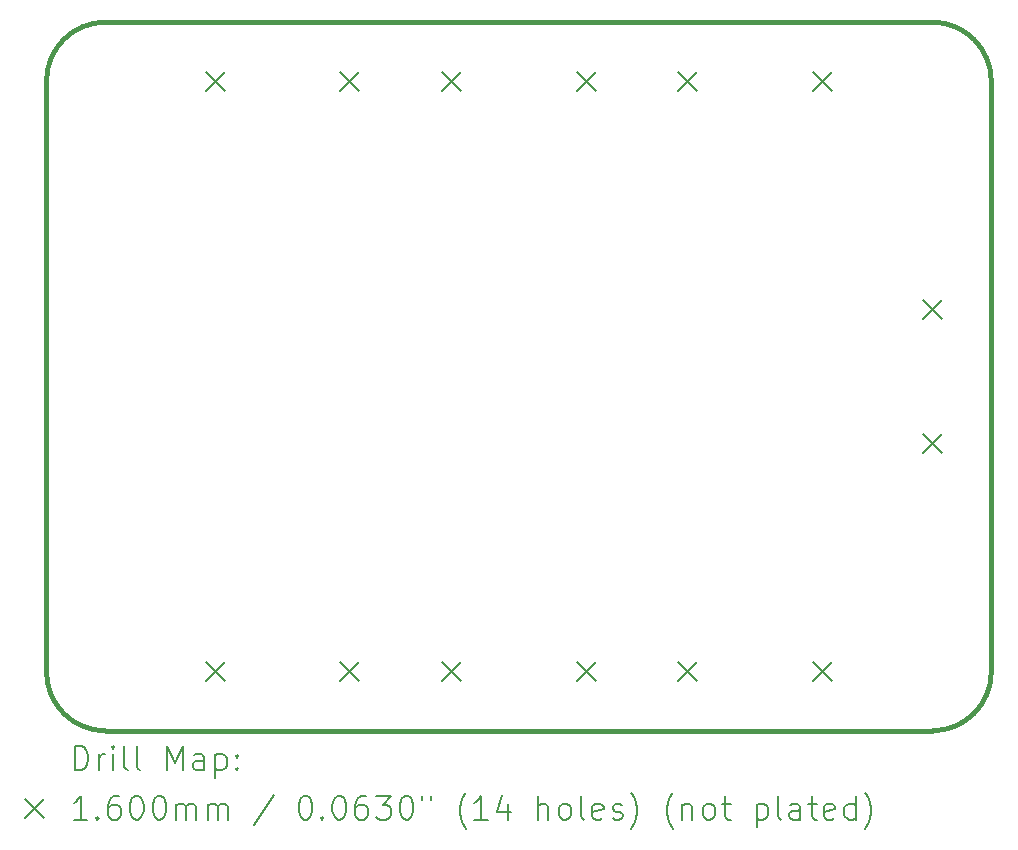
<source format=gbr>
%TF.GenerationSoftware,KiCad,Pcbnew,7.0.11*%
%TF.CreationDate,2025-02-19T11:42:59-05:00*%
%TF.ProjectId,thruster-pcb,74687275-7374-4657-922d-7063622e6b69,1.0*%
%TF.SameCoordinates,Original*%
%TF.FileFunction,Drillmap*%
%TF.FilePolarity,Positive*%
%FSLAX45Y45*%
G04 Gerber Fmt 4.5, Leading zero omitted, Abs format (unit mm)*
G04 Created by KiCad (PCBNEW 7.0.11) date 2025-02-19 11:42:59*
%MOMM*%
%LPD*%
G01*
G04 APERTURE LIST*
%ADD10C,0.400000*%
%ADD11C,0.200000*%
%ADD12C,0.160000*%
G04 APERTURE END LIST*
D10*
X11815000Y-12635000D02*
X11815000Y-7635000D01*
X19315000Y-13135000D02*
X12315000Y-13135000D01*
X19815000Y-7635000D02*
X19815000Y-12635000D01*
X12315000Y-7135000D02*
G75*
G03*
X11815000Y-7635000I0J-500000D01*
G01*
X19815000Y-7635000D02*
G75*
G03*
X19315000Y-7135000I-500000J0D01*
G01*
X19315000Y-13135000D02*
G75*
G03*
X19815000Y-12635000I0J500000D01*
G01*
X12315000Y-7135000D02*
X19315000Y-7135000D01*
X11815000Y-12635000D02*
G75*
G03*
X12315000Y-13135000I500000J0D01*
G01*
D11*
D12*
X13166000Y-7555000D02*
X13326000Y-7715000D01*
X13326000Y-7555000D02*
X13166000Y-7715000D01*
X13166000Y-12555000D02*
X13326000Y-12715000D01*
X13326000Y-12555000D02*
X13166000Y-12715000D01*
X14304000Y-7555000D02*
X14464000Y-7715000D01*
X14464000Y-7555000D02*
X14304000Y-7715000D01*
X14304000Y-12555000D02*
X14464000Y-12715000D01*
X14464000Y-12555000D02*
X14304000Y-12715000D01*
X15166000Y-7555000D02*
X15326000Y-7715000D01*
X15326000Y-7555000D02*
X15166000Y-7715000D01*
X15166000Y-12555000D02*
X15326000Y-12715000D01*
X15326000Y-12555000D02*
X15166000Y-12715000D01*
X16304000Y-7555000D02*
X16464000Y-7715000D01*
X16464000Y-7555000D02*
X16304000Y-7715000D01*
X16304000Y-12555000D02*
X16464000Y-12715000D01*
X16464000Y-12555000D02*
X16304000Y-12715000D01*
X17166000Y-7555000D02*
X17326000Y-7715000D01*
X17326000Y-7555000D02*
X17166000Y-7715000D01*
X17166000Y-12555000D02*
X17326000Y-12715000D01*
X17326000Y-12555000D02*
X17166000Y-12715000D01*
X18304000Y-7555000D02*
X18464000Y-7715000D01*
X18464000Y-7555000D02*
X18304000Y-7715000D01*
X18304000Y-12555000D02*
X18464000Y-12715000D01*
X18464000Y-12555000D02*
X18304000Y-12715000D01*
X19235000Y-9486000D02*
X19395000Y-9646000D01*
X19395000Y-9486000D02*
X19235000Y-9646000D01*
X19235000Y-10624000D02*
X19395000Y-10784000D01*
X19395000Y-10624000D02*
X19235000Y-10784000D01*
D11*
X12055777Y-13466484D02*
X12055777Y-13266484D01*
X12055777Y-13266484D02*
X12103396Y-13266484D01*
X12103396Y-13266484D02*
X12131967Y-13276008D01*
X12131967Y-13276008D02*
X12151015Y-13295055D01*
X12151015Y-13295055D02*
X12160539Y-13314103D01*
X12160539Y-13314103D02*
X12170062Y-13352198D01*
X12170062Y-13352198D02*
X12170062Y-13380769D01*
X12170062Y-13380769D02*
X12160539Y-13418865D01*
X12160539Y-13418865D02*
X12151015Y-13437912D01*
X12151015Y-13437912D02*
X12131967Y-13456960D01*
X12131967Y-13456960D02*
X12103396Y-13466484D01*
X12103396Y-13466484D02*
X12055777Y-13466484D01*
X12255777Y-13466484D02*
X12255777Y-13333150D01*
X12255777Y-13371246D02*
X12265301Y-13352198D01*
X12265301Y-13352198D02*
X12274824Y-13342674D01*
X12274824Y-13342674D02*
X12293872Y-13333150D01*
X12293872Y-13333150D02*
X12312920Y-13333150D01*
X12379586Y-13466484D02*
X12379586Y-13333150D01*
X12379586Y-13266484D02*
X12370062Y-13276008D01*
X12370062Y-13276008D02*
X12379586Y-13285531D01*
X12379586Y-13285531D02*
X12389110Y-13276008D01*
X12389110Y-13276008D02*
X12379586Y-13266484D01*
X12379586Y-13266484D02*
X12379586Y-13285531D01*
X12503396Y-13466484D02*
X12484348Y-13456960D01*
X12484348Y-13456960D02*
X12474824Y-13437912D01*
X12474824Y-13437912D02*
X12474824Y-13266484D01*
X12608158Y-13466484D02*
X12589110Y-13456960D01*
X12589110Y-13456960D02*
X12579586Y-13437912D01*
X12579586Y-13437912D02*
X12579586Y-13266484D01*
X12836729Y-13466484D02*
X12836729Y-13266484D01*
X12836729Y-13266484D02*
X12903396Y-13409341D01*
X12903396Y-13409341D02*
X12970062Y-13266484D01*
X12970062Y-13266484D02*
X12970062Y-13466484D01*
X13151015Y-13466484D02*
X13151015Y-13361722D01*
X13151015Y-13361722D02*
X13141491Y-13342674D01*
X13141491Y-13342674D02*
X13122443Y-13333150D01*
X13122443Y-13333150D02*
X13084348Y-13333150D01*
X13084348Y-13333150D02*
X13065301Y-13342674D01*
X13151015Y-13456960D02*
X13131967Y-13466484D01*
X13131967Y-13466484D02*
X13084348Y-13466484D01*
X13084348Y-13466484D02*
X13065301Y-13456960D01*
X13065301Y-13456960D02*
X13055777Y-13437912D01*
X13055777Y-13437912D02*
X13055777Y-13418865D01*
X13055777Y-13418865D02*
X13065301Y-13399817D01*
X13065301Y-13399817D02*
X13084348Y-13390293D01*
X13084348Y-13390293D02*
X13131967Y-13390293D01*
X13131967Y-13390293D02*
X13151015Y-13380769D01*
X13246253Y-13333150D02*
X13246253Y-13533150D01*
X13246253Y-13342674D02*
X13265301Y-13333150D01*
X13265301Y-13333150D02*
X13303396Y-13333150D01*
X13303396Y-13333150D02*
X13322443Y-13342674D01*
X13322443Y-13342674D02*
X13331967Y-13352198D01*
X13331967Y-13352198D02*
X13341491Y-13371246D01*
X13341491Y-13371246D02*
X13341491Y-13428388D01*
X13341491Y-13428388D02*
X13331967Y-13447436D01*
X13331967Y-13447436D02*
X13322443Y-13456960D01*
X13322443Y-13456960D02*
X13303396Y-13466484D01*
X13303396Y-13466484D02*
X13265301Y-13466484D01*
X13265301Y-13466484D02*
X13246253Y-13456960D01*
X13427205Y-13447436D02*
X13436729Y-13456960D01*
X13436729Y-13456960D02*
X13427205Y-13466484D01*
X13427205Y-13466484D02*
X13417682Y-13456960D01*
X13417682Y-13456960D02*
X13427205Y-13447436D01*
X13427205Y-13447436D02*
X13427205Y-13466484D01*
X13427205Y-13342674D02*
X13436729Y-13352198D01*
X13436729Y-13352198D02*
X13427205Y-13361722D01*
X13427205Y-13361722D02*
X13417682Y-13352198D01*
X13417682Y-13352198D02*
X13427205Y-13342674D01*
X13427205Y-13342674D02*
X13427205Y-13361722D01*
D12*
X11635000Y-13715000D02*
X11795000Y-13875000D01*
X11795000Y-13715000D02*
X11635000Y-13875000D01*
D11*
X12160539Y-13886484D02*
X12046253Y-13886484D01*
X12103396Y-13886484D02*
X12103396Y-13686484D01*
X12103396Y-13686484D02*
X12084348Y-13715055D01*
X12084348Y-13715055D02*
X12065301Y-13734103D01*
X12065301Y-13734103D02*
X12046253Y-13743627D01*
X12246253Y-13867436D02*
X12255777Y-13876960D01*
X12255777Y-13876960D02*
X12246253Y-13886484D01*
X12246253Y-13886484D02*
X12236729Y-13876960D01*
X12236729Y-13876960D02*
X12246253Y-13867436D01*
X12246253Y-13867436D02*
X12246253Y-13886484D01*
X12427205Y-13686484D02*
X12389110Y-13686484D01*
X12389110Y-13686484D02*
X12370062Y-13696008D01*
X12370062Y-13696008D02*
X12360539Y-13705531D01*
X12360539Y-13705531D02*
X12341491Y-13734103D01*
X12341491Y-13734103D02*
X12331967Y-13772198D01*
X12331967Y-13772198D02*
X12331967Y-13848388D01*
X12331967Y-13848388D02*
X12341491Y-13867436D01*
X12341491Y-13867436D02*
X12351015Y-13876960D01*
X12351015Y-13876960D02*
X12370062Y-13886484D01*
X12370062Y-13886484D02*
X12408158Y-13886484D01*
X12408158Y-13886484D02*
X12427205Y-13876960D01*
X12427205Y-13876960D02*
X12436729Y-13867436D01*
X12436729Y-13867436D02*
X12446253Y-13848388D01*
X12446253Y-13848388D02*
X12446253Y-13800769D01*
X12446253Y-13800769D02*
X12436729Y-13781722D01*
X12436729Y-13781722D02*
X12427205Y-13772198D01*
X12427205Y-13772198D02*
X12408158Y-13762674D01*
X12408158Y-13762674D02*
X12370062Y-13762674D01*
X12370062Y-13762674D02*
X12351015Y-13772198D01*
X12351015Y-13772198D02*
X12341491Y-13781722D01*
X12341491Y-13781722D02*
X12331967Y-13800769D01*
X12570062Y-13686484D02*
X12589110Y-13686484D01*
X12589110Y-13686484D02*
X12608158Y-13696008D01*
X12608158Y-13696008D02*
X12617682Y-13705531D01*
X12617682Y-13705531D02*
X12627205Y-13724579D01*
X12627205Y-13724579D02*
X12636729Y-13762674D01*
X12636729Y-13762674D02*
X12636729Y-13810293D01*
X12636729Y-13810293D02*
X12627205Y-13848388D01*
X12627205Y-13848388D02*
X12617682Y-13867436D01*
X12617682Y-13867436D02*
X12608158Y-13876960D01*
X12608158Y-13876960D02*
X12589110Y-13886484D01*
X12589110Y-13886484D02*
X12570062Y-13886484D01*
X12570062Y-13886484D02*
X12551015Y-13876960D01*
X12551015Y-13876960D02*
X12541491Y-13867436D01*
X12541491Y-13867436D02*
X12531967Y-13848388D01*
X12531967Y-13848388D02*
X12522443Y-13810293D01*
X12522443Y-13810293D02*
X12522443Y-13762674D01*
X12522443Y-13762674D02*
X12531967Y-13724579D01*
X12531967Y-13724579D02*
X12541491Y-13705531D01*
X12541491Y-13705531D02*
X12551015Y-13696008D01*
X12551015Y-13696008D02*
X12570062Y-13686484D01*
X12760539Y-13686484D02*
X12779586Y-13686484D01*
X12779586Y-13686484D02*
X12798634Y-13696008D01*
X12798634Y-13696008D02*
X12808158Y-13705531D01*
X12808158Y-13705531D02*
X12817682Y-13724579D01*
X12817682Y-13724579D02*
X12827205Y-13762674D01*
X12827205Y-13762674D02*
X12827205Y-13810293D01*
X12827205Y-13810293D02*
X12817682Y-13848388D01*
X12817682Y-13848388D02*
X12808158Y-13867436D01*
X12808158Y-13867436D02*
X12798634Y-13876960D01*
X12798634Y-13876960D02*
X12779586Y-13886484D01*
X12779586Y-13886484D02*
X12760539Y-13886484D01*
X12760539Y-13886484D02*
X12741491Y-13876960D01*
X12741491Y-13876960D02*
X12731967Y-13867436D01*
X12731967Y-13867436D02*
X12722443Y-13848388D01*
X12722443Y-13848388D02*
X12712920Y-13810293D01*
X12712920Y-13810293D02*
X12712920Y-13762674D01*
X12712920Y-13762674D02*
X12722443Y-13724579D01*
X12722443Y-13724579D02*
X12731967Y-13705531D01*
X12731967Y-13705531D02*
X12741491Y-13696008D01*
X12741491Y-13696008D02*
X12760539Y-13686484D01*
X12912920Y-13886484D02*
X12912920Y-13753150D01*
X12912920Y-13772198D02*
X12922443Y-13762674D01*
X12922443Y-13762674D02*
X12941491Y-13753150D01*
X12941491Y-13753150D02*
X12970063Y-13753150D01*
X12970063Y-13753150D02*
X12989110Y-13762674D01*
X12989110Y-13762674D02*
X12998634Y-13781722D01*
X12998634Y-13781722D02*
X12998634Y-13886484D01*
X12998634Y-13781722D02*
X13008158Y-13762674D01*
X13008158Y-13762674D02*
X13027205Y-13753150D01*
X13027205Y-13753150D02*
X13055777Y-13753150D01*
X13055777Y-13753150D02*
X13074824Y-13762674D01*
X13074824Y-13762674D02*
X13084348Y-13781722D01*
X13084348Y-13781722D02*
X13084348Y-13886484D01*
X13179586Y-13886484D02*
X13179586Y-13753150D01*
X13179586Y-13772198D02*
X13189110Y-13762674D01*
X13189110Y-13762674D02*
X13208158Y-13753150D01*
X13208158Y-13753150D02*
X13236729Y-13753150D01*
X13236729Y-13753150D02*
X13255777Y-13762674D01*
X13255777Y-13762674D02*
X13265301Y-13781722D01*
X13265301Y-13781722D02*
X13265301Y-13886484D01*
X13265301Y-13781722D02*
X13274824Y-13762674D01*
X13274824Y-13762674D02*
X13293872Y-13753150D01*
X13293872Y-13753150D02*
X13322443Y-13753150D01*
X13322443Y-13753150D02*
X13341491Y-13762674D01*
X13341491Y-13762674D02*
X13351015Y-13781722D01*
X13351015Y-13781722D02*
X13351015Y-13886484D01*
X13741491Y-13676960D02*
X13570063Y-13934103D01*
X13998634Y-13686484D02*
X14017682Y-13686484D01*
X14017682Y-13686484D02*
X14036729Y-13696008D01*
X14036729Y-13696008D02*
X14046253Y-13705531D01*
X14046253Y-13705531D02*
X14055777Y-13724579D01*
X14055777Y-13724579D02*
X14065301Y-13762674D01*
X14065301Y-13762674D02*
X14065301Y-13810293D01*
X14065301Y-13810293D02*
X14055777Y-13848388D01*
X14055777Y-13848388D02*
X14046253Y-13867436D01*
X14046253Y-13867436D02*
X14036729Y-13876960D01*
X14036729Y-13876960D02*
X14017682Y-13886484D01*
X14017682Y-13886484D02*
X13998634Y-13886484D01*
X13998634Y-13886484D02*
X13979586Y-13876960D01*
X13979586Y-13876960D02*
X13970063Y-13867436D01*
X13970063Y-13867436D02*
X13960539Y-13848388D01*
X13960539Y-13848388D02*
X13951015Y-13810293D01*
X13951015Y-13810293D02*
X13951015Y-13762674D01*
X13951015Y-13762674D02*
X13960539Y-13724579D01*
X13960539Y-13724579D02*
X13970063Y-13705531D01*
X13970063Y-13705531D02*
X13979586Y-13696008D01*
X13979586Y-13696008D02*
X13998634Y-13686484D01*
X14151015Y-13867436D02*
X14160539Y-13876960D01*
X14160539Y-13876960D02*
X14151015Y-13886484D01*
X14151015Y-13886484D02*
X14141491Y-13876960D01*
X14141491Y-13876960D02*
X14151015Y-13867436D01*
X14151015Y-13867436D02*
X14151015Y-13886484D01*
X14284348Y-13686484D02*
X14303396Y-13686484D01*
X14303396Y-13686484D02*
X14322444Y-13696008D01*
X14322444Y-13696008D02*
X14331967Y-13705531D01*
X14331967Y-13705531D02*
X14341491Y-13724579D01*
X14341491Y-13724579D02*
X14351015Y-13762674D01*
X14351015Y-13762674D02*
X14351015Y-13810293D01*
X14351015Y-13810293D02*
X14341491Y-13848388D01*
X14341491Y-13848388D02*
X14331967Y-13867436D01*
X14331967Y-13867436D02*
X14322444Y-13876960D01*
X14322444Y-13876960D02*
X14303396Y-13886484D01*
X14303396Y-13886484D02*
X14284348Y-13886484D01*
X14284348Y-13886484D02*
X14265301Y-13876960D01*
X14265301Y-13876960D02*
X14255777Y-13867436D01*
X14255777Y-13867436D02*
X14246253Y-13848388D01*
X14246253Y-13848388D02*
X14236729Y-13810293D01*
X14236729Y-13810293D02*
X14236729Y-13762674D01*
X14236729Y-13762674D02*
X14246253Y-13724579D01*
X14246253Y-13724579D02*
X14255777Y-13705531D01*
X14255777Y-13705531D02*
X14265301Y-13696008D01*
X14265301Y-13696008D02*
X14284348Y-13686484D01*
X14522444Y-13686484D02*
X14484348Y-13686484D01*
X14484348Y-13686484D02*
X14465301Y-13696008D01*
X14465301Y-13696008D02*
X14455777Y-13705531D01*
X14455777Y-13705531D02*
X14436729Y-13734103D01*
X14436729Y-13734103D02*
X14427206Y-13772198D01*
X14427206Y-13772198D02*
X14427206Y-13848388D01*
X14427206Y-13848388D02*
X14436729Y-13867436D01*
X14436729Y-13867436D02*
X14446253Y-13876960D01*
X14446253Y-13876960D02*
X14465301Y-13886484D01*
X14465301Y-13886484D02*
X14503396Y-13886484D01*
X14503396Y-13886484D02*
X14522444Y-13876960D01*
X14522444Y-13876960D02*
X14531967Y-13867436D01*
X14531967Y-13867436D02*
X14541491Y-13848388D01*
X14541491Y-13848388D02*
X14541491Y-13800769D01*
X14541491Y-13800769D02*
X14531967Y-13781722D01*
X14531967Y-13781722D02*
X14522444Y-13772198D01*
X14522444Y-13772198D02*
X14503396Y-13762674D01*
X14503396Y-13762674D02*
X14465301Y-13762674D01*
X14465301Y-13762674D02*
X14446253Y-13772198D01*
X14446253Y-13772198D02*
X14436729Y-13781722D01*
X14436729Y-13781722D02*
X14427206Y-13800769D01*
X14608158Y-13686484D02*
X14731967Y-13686484D01*
X14731967Y-13686484D02*
X14665301Y-13762674D01*
X14665301Y-13762674D02*
X14693872Y-13762674D01*
X14693872Y-13762674D02*
X14712920Y-13772198D01*
X14712920Y-13772198D02*
X14722444Y-13781722D01*
X14722444Y-13781722D02*
X14731967Y-13800769D01*
X14731967Y-13800769D02*
X14731967Y-13848388D01*
X14731967Y-13848388D02*
X14722444Y-13867436D01*
X14722444Y-13867436D02*
X14712920Y-13876960D01*
X14712920Y-13876960D02*
X14693872Y-13886484D01*
X14693872Y-13886484D02*
X14636729Y-13886484D01*
X14636729Y-13886484D02*
X14617682Y-13876960D01*
X14617682Y-13876960D02*
X14608158Y-13867436D01*
X14855777Y-13686484D02*
X14874825Y-13686484D01*
X14874825Y-13686484D02*
X14893872Y-13696008D01*
X14893872Y-13696008D02*
X14903396Y-13705531D01*
X14903396Y-13705531D02*
X14912920Y-13724579D01*
X14912920Y-13724579D02*
X14922444Y-13762674D01*
X14922444Y-13762674D02*
X14922444Y-13810293D01*
X14922444Y-13810293D02*
X14912920Y-13848388D01*
X14912920Y-13848388D02*
X14903396Y-13867436D01*
X14903396Y-13867436D02*
X14893872Y-13876960D01*
X14893872Y-13876960D02*
X14874825Y-13886484D01*
X14874825Y-13886484D02*
X14855777Y-13886484D01*
X14855777Y-13886484D02*
X14836729Y-13876960D01*
X14836729Y-13876960D02*
X14827206Y-13867436D01*
X14827206Y-13867436D02*
X14817682Y-13848388D01*
X14817682Y-13848388D02*
X14808158Y-13810293D01*
X14808158Y-13810293D02*
X14808158Y-13762674D01*
X14808158Y-13762674D02*
X14817682Y-13724579D01*
X14817682Y-13724579D02*
X14827206Y-13705531D01*
X14827206Y-13705531D02*
X14836729Y-13696008D01*
X14836729Y-13696008D02*
X14855777Y-13686484D01*
X14998634Y-13686484D02*
X14998634Y-13724579D01*
X15074825Y-13686484D02*
X15074825Y-13724579D01*
X15370063Y-13962674D02*
X15360539Y-13953150D01*
X15360539Y-13953150D02*
X15341491Y-13924579D01*
X15341491Y-13924579D02*
X15331968Y-13905531D01*
X15331968Y-13905531D02*
X15322444Y-13876960D01*
X15322444Y-13876960D02*
X15312920Y-13829341D01*
X15312920Y-13829341D02*
X15312920Y-13791246D01*
X15312920Y-13791246D02*
X15322444Y-13743627D01*
X15322444Y-13743627D02*
X15331968Y-13715055D01*
X15331968Y-13715055D02*
X15341491Y-13696008D01*
X15341491Y-13696008D02*
X15360539Y-13667436D01*
X15360539Y-13667436D02*
X15370063Y-13657912D01*
X15551015Y-13886484D02*
X15436729Y-13886484D01*
X15493872Y-13886484D02*
X15493872Y-13686484D01*
X15493872Y-13686484D02*
X15474825Y-13715055D01*
X15474825Y-13715055D02*
X15455777Y-13734103D01*
X15455777Y-13734103D02*
X15436729Y-13743627D01*
X15722444Y-13753150D02*
X15722444Y-13886484D01*
X15674825Y-13676960D02*
X15627206Y-13819817D01*
X15627206Y-13819817D02*
X15751015Y-13819817D01*
X15979587Y-13886484D02*
X15979587Y-13686484D01*
X16065301Y-13886484D02*
X16065301Y-13781722D01*
X16065301Y-13781722D02*
X16055777Y-13762674D01*
X16055777Y-13762674D02*
X16036730Y-13753150D01*
X16036730Y-13753150D02*
X16008158Y-13753150D01*
X16008158Y-13753150D02*
X15989110Y-13762674D01*
X15989110Y-13762674D02*
X15979587Y-13772198D01*
X16189110Y-13886484D02*
X16170063Y-13876960D01*
X16170063Y-13876960D02*
X16160539Y-13867436D01*
X16160539Y-13867436D02*
X16151015Y-13848388D01*
X16151015Y-13848388D02*
X16151015Y-13791246D01*
X16151015Y-13791246D02*
X16160539Y-13772198D01*
X16160539Y-13772198D02*
X16170063Y-13762674D01*
X16170063Y-13762674D02*
X16189110Y-13753150D01*
X16189110Y-13753150D02*
X16217682Y-13753150D01*
X16217682Y-13753150D02*
X16236730Y-13762674D01*
X16236730Y-13762674D02*
X16246253Y-13772198D01*
X16246253Y-13772198D02*
X16255777Y-13791246D01*
X16255777Y-13791246D02*
X16255777Y-13848388D01*
X16255777Y-13848388D02*
X16246253Y-13867436D01*
X16246253Y-13867436D02*
X16236730Y-13876960D01*
X16236730Y-13876960D02*
X16217682Y-13886484D01*
X16217682Y-13886484D02*
X16189110Y-13886484D01*
X16370063Y-13886484D02*
X16351015Y-13876960D01*
X16351015Y-13876960D02*
X16341491Y-13857912D01*
X16341491Y-13857912D02*
X16341491Y-13686484D01*
X16522444Y-13876960D02*
X16503396Y-13886484D01*
X16503396Y-13886484D02*
X16465301Y-13886484D01*
X16465301Y-13886484D02*
X16446253Y-13876960D01*
X16446253Y-13876960D02*
X16436730Y-13857912D01*
X16436730Y-13857912D02*
X16436730Y-13781722D01*
X16436730Y-13781722D02*
X16446253Y-13762674D01*
X16446253Y-13762674D02*
X16465301Y-13753150D01*
X16465301Y-13753150D02*
X16503396Y-13753150D01*
X16503396Y-13753150D02*
X16522444Y-13762674D01*
X16522444Y-13762674D02*
X16531968Y-13781722D01*
X16531968Y-13781722D02*
X16531968Y-13800769D01*
X16531968Y-13800769D02*
X16436730Y-13819817D01*
X16608158Y-13876960D02*
X16627206Y-13886484D01*
X16627206Y-13886484D02*
X16665301Y-13886484D01*
X16665301Y-13886484D02*
X16684349Y-13876960D01*
X16684349Y-13876960D02*
X16693872Y-13857912D01*
X16693872Y-13857912D02*
X16693872Y-13848388D01*
X16693872Y-13848388D02*
X16684349Y-13829341D01*
X16684349Y-13829341D02*
X16665301Y-13819817D01*
X16665301Y-13819817D02*
X16636730Y-13819817D01*
X16636730Y-13819817D02*
X16617682Y-13810293D01*
X16617682Y-13810293D02*
X16608158Y-13791246D01*
X16608158Y-13791246D02*
X16608158Y-13781722D01*
X16608158Y-13781722D02*
X16617682Y-13762674D01*
X16617682Y-13762674D02*
X16636730Y-13753150D01*
X16636730Y-13753150D02*
X16665301Y-13753150D01*
X16665301Y-13753150D02*
X16684349Y-13762674D01*
X16760539Y-13962674D02*
X16770063Y-13953150D01*
X16770063Y-13953150D02*
X16789111Y-13924579D01*
X16789111Y-13924579D02*
X16798634Y-13905531D01*
X16798634Y-13905531D02*
X16808158Y-13876960D01*
X16808158Y-13876960D02*
X16817682Y-13829341D01*
X16817682Y-13829341D02*
X16817682Y-13791246D01*
X16817682Y-13791246D02*
X16808158Y-13743627D01*
X16808158Y-13743627D02*
X16798634Y-13715055D01*
X16798634Y-13715055D02*
X16789111Y-13696008D01*
X16789111Y-13696008D02*
X16770063Y-13667436D01*
X16770063Y-13667436D02*
X16760539Y-13657912D01*
X17122444Y-13962674D02*
X17112920Y-13953150D01*
X17112920Y-13953150D02*
X17093873Y-13924579D01*
X17093873Y-13924579D02*
X17084349Y-13905531D01*
X17084349Y-13905531D02*
X17074825Y-13876960D01*
X17074825Y-13876960D02*
X17065301Y-13829341D01*
X17065301Y-13829341D02*
X17065301Y-13791246D01*
X17065301Y-13791246D02*
X17074825Y-13743627D01*
X17074825Y-13743627D02*
X17084349Y-13715055D01*
X17084349Y-13715055D02*
X17093873Y-13696008D01*
X17093873Y-13696008D02*
X17112920Y-13667436D01*
X17112920Y-13667436D02*
X17122444Y-13657912D01*
X17198634Y-13753150D02*
X17198634Y-13886484D01*
X17198634Y-13772198D02*
X17208158Y-13762674D01*
X17208158Y-13762674D02*
X17227206Y-13753150D01*
X17227206Y-13753150D02*
X17255777Y-13753150D01*
X17255777Y-13753150D02*
X17274825Y-13762674D01*
X17274825Y-13762674D02*
X17284349Y-13781722D01*
X17284349Y-13781722D02*
X17284349Y-13886484D01*
X17408158Y-13886484D02*
X17389111Y-13876960D01*
X17389111Y-13876960D02*
X17379587Y-13867436D01*
X17379587Y-13867436D02*
X17370063Y-13848388D01*
X17370063Y-13848388D02*
X17370063Y-13791246D01*
X17370063Y-13791246D02*
X17379587Y-13772198D01*
X17379587Y-13772198D02*
X17389111Y-13762674D01*
X17389111Y-13762674D02*
X17408158Y-13753150D01*
X17408158Y-13753150D02*
X17436730Y-13753150D01*
X17436730Y-13753150D02*
X17455777Y-13762674D01*
X17455777Y-13762674D02*
X17465301Y-13772198D01*
X17465301Y-13772198D02*
X17474825Y-13791246D01*
X17474825Y-13791246D02*
X17474825Y-13848388D01*
X17474825Y-13848388D02*
X17465301Y-13867436D01*
X17465301Y-13867436D02*
X17455777Y-13876960D01*
X17455777Y-13876960D02*
X17436730Y-13886484D01*
X17436730Y-13886484D02*
X17408158Y-13886484D01*
X17531968Y-13753150D02*
X17608158Y-13753150D01*
X17560539Y-13686484D02*
X17560539Y-13857912D01*
X17560539Y-13857912D02*
X17570063Y-13876960D01*
X17570063Y-13876960D02*
X17589111Y-13886484D01*
X17589111Y-13886484D02*
X17608158Y-13886484D01*
X17827206Y-13753150D02*
X17827206Y-13953150D01*
X17827206Y-13762674D02*
X17846254Y-13753150D01*
X17846254Y-13753150D02*
X17884349Y-13753150D01*
X17884349Y-13753150D02*
X17903396Y-13762674D01*
X17903396Y-13762674D02*
X17912920Y-13772198D01*
X17912920Y-13772198D02*
X17922444Y-13791246D01*
X17922444Y-13791246D02*
X17922444Y-13848388D01*
X17922444Y-13848388D02*
X17912920Y-13867436D01*
X17912920Y-13867436D02*
X17903396Y-13876960D01*
X17903396Y-13876960D02*
X17884349Y-13886484D01*
X17884349Y-13886484D02*
X17846254Y-13886484D01*
X17846254Y-13886484D02*
X17827206Y-13876960D01*
X18036730Y-13886484D02*
X18017682Y-13876960D01*
X18017682Y-13876960D02*
X18008158Y-13857912D01*
X18008158Y-13857912D02*
X18008158Y-13686484D01*
X18198635Y-13886484D02*
X18198635Y-13781722D01*
X18198635Y-13781722D02*
X18189111Y-13762674D01*
X18189111Y-13762674D02*
X18170063Y-13753150D01*
X18170063Y-13753150D02*
X18131968Y-13753150D01*
X18131968Y-13753150D02*
X18112920Y-13762674D01*
X18198635Y-13876960D02*
X18179587Y-13886484D01*
X18179587Y-13886484D02*
X18131968Y-13886484D01*
X18131968Y-13886484D02*
X18112920Y-13876960D01*
X18112920Y-13876960D02*
X18103396Y-13857912D01*
X18103396Y-13857912D02*
X18103396Y-13838865D01*
X18103396Y-13838865D02*
X18112920Y-13819817D01*
X18112920Y-13819817D02*
X18131968Y-13810293D01*
X18131968Y-13810293D02*
X18179587Y-13810293D01*
X18179587Y-13810293D02*
X18198635Y-13800769D01*
X18265301Y-13753150D02*
X18341492Y-13753150D01*
X18293873Y-13686484D02*
X18293873Y-13857912D01*
X18293873Y-13857912D02*
X18303396Y-13876960D01*
X18303396Y-13876960D02*
X18322444Y-13886484D01*
X18322444Y-13886484D02*
X18341492Y-13886484D01*
X18484349Y-13876960D02*
X18465301Y-13886484D01*
X18465301Y-13886484D02*
X18427206Y-13886484D01*
X18427206Y-13886484D02*
X18408158Y-13876960D01*
X18408158Y-13876960D02*
X18398635Y-13857912D01*
X18398635Y-13857912D02*
X18398635Y-13781722D01*
X18398635Y-13781722D02*
X18408158Y-13762674D01*
X18408158Y-13762674D02*
X18427206Y-13753150D01*
X18427206Y-13753150D02*
X18465301Y-13753150D01*
X18465301Y-13753150D02*
X18484349Y-13762674D01*
X18484349Y-13762674D02*
X18493873Y-13781722D01*
X18493873Y-13781722D02*
X18493873Y-13800769D01*
X18493873Y-13800769D02*
X18398635Y-13819817D01*
X18665301Y-13886484D02*
X18665301Y-13686484D01*
X18665301Y-13876960D02*
X18646254Y-13886484D01*
X18646254Y-13886484D02*
X18608158Y-13886484D01*
X18608158Y-13886484D02*
X18589111Y-13876960D01*
X18589111Y-13876960D02*
X18579587Y-13867436D01*
X18579587Y-13867436D02*
X18570063Y-13848388D01*
X18570063Y-13848388D02*
X18570063Y-13791246D01*
X18570063Y-13791246D02*
X18579587Y-13772198D01*
X18579587Y-13772198D02*
X18589111Y-13762674D01*
X18589111Y-13762674D02*
X18608158Y-13753150D01*
X18608158Y-13753150D02*
X18646254Y-13753150D01*
X18646254Y-13753150D02*
X18665301Y-13762674D01*
X18741492Y-13962674D02*
X18751016Y-13953150D01*
X18751016Y-13953150D02*
X18770063Y-13924579D01*
X18770063Y-13924579D02*
X18779587Y-13905531D01*
X18779587Y-13905531D02*
X18789111Y-13876960D01*
X18789111Y-13876960D02*
X18798635Y-13829341D01*
X18798635Y-13829341D02*
X18798635Y-13791246D01*
X18798635Y-13791246D02*
X18789111Y-13743627D01*
X18789111Y-13743627D02*
X18779587Y-13715055D01*
X18779587Y-13715055D02*
X18770063Y-13696008D01*
X18770063Y-13696008D02*
X18751016Y-13667436D01*
X18751016Y-13667436D02*
X18741492Y-13657912D01*
M02*

</source>
